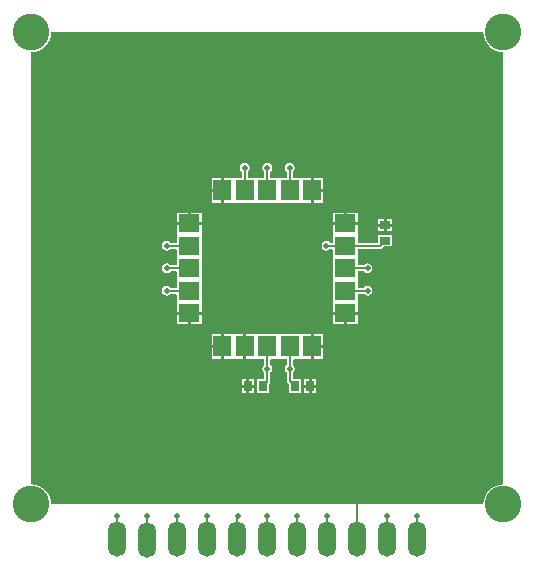
<source format=gtl>
G04 Layer_Physical_Order=1*
G04 Layer_Color=11767835*
%FSLAX25Y25*%
%MOIN*%
G70*
G01*
G75*
%ADD10R,0.02756X0.03543*%
%ADD11R,0.07087X0.05906*%
%ADD12R,0.05906X0.07087*%
%ADD13R,0.03543X0.02756*%
%ADD14O,0.05906X0.11811*%
%ADD15C,0.00787*%
%ADD16C,0.12205*%
%ADD17C,0.01969*%
G36*
X170569Y175853D02*
X170952Y174592D01*
X171573Y173429D01*
X172410Y172410D01*
X173429Y171573D01*
X174592Y170952D01*
X175853Y170569D01*
X177165Y170440D01*
X177165Y26410D01*
X175853Y26281D01*
X174592Y25898D01*
X173429Y25277D01*
X172410Y24441D01*
X171573Y23421D01*
X170952Y22259D01*
X170569Y20997D01*
X170440Y19685D01*
X169940Y19685D01*
X26410Y19685D01*
X26410Y19685D01*
X26281Y20997D01*
X25898Y22259D01*
X25277Y23421D01*
X24441Y24441D01*
X23421Y25277D01*
X22259Y25898D01*
X20997Y26281D01*
X19685Y26410D01*
X19685Y26410D01*
X19685Y170440D01*
X19685Y170440D01*
X20997Y170569D01*
X22259Y170952D01*
X23421Y171573D01*
X24441Y172410D01*
X25277Y173429D01*
X25898Y174592D01*
X26281Y175853D01*
X26410Y177165D01*
X170440Y177165D01*
X170569Y175853D01*
D02*
G37*
%LPC*%
G36*
X113886Y76575D02*
Y72941D01*
X116929D01*
Y76575D01*
X113886D01*
D02*
G37*
G36*
X82965D02*
X79921D01*
Y72941D01*
X82965D01*
Y76575D01*
D02*
G37*
G36*
Y71941D02*
X79921D01*
Y68307D01*
X82965D01*
Y71941D01*
D02*
G37*
G36*
X116929Y71941D02*
X113886D01*
Y68307D01*
X116929D01*
Y71941D01*
D02*
G37*
G36*
X71941Y82965D02*
X68307D01*
Y79921D01*
X71941D01*
Y82965D01*
D02*
G37*
G36*
X76575D02*
X72941D01*
Y79921D01*
X76575D01*
Y82965D01*
D02*
G37*
G36*
X87402Y76575D02*
X87205D01*
X87008D01*
X86902Y76575D01*
X83965D01*
Y72441D01*
Y68307D01*
X86902D01*
X87008Y68307D01*
X87205D01*
X87402D01*
X87508Y68307D01*
X90445D01*
Y72441D01*
Y76575D01*
X87508D01*
X87402Y76575D01*
D02*
G37*
G36*
X109843D02*
X109646D01*
X109449D01*
X109343Y76575D01*
X102469D01*
X102362Y76575D01*
X102165D01*
X101969D01*
X101862Y76575D01*
X94988D01*
X94882Y76575D01*
X94685D01*
X94488D01*
X94382Y76575D01*
X91445D01*
Y72441D01*
Y68307D01*
X94382D01*
X94488Y68307D01*
X94685D01*
X94882D01*
X94988Y68307D01*
X97422D01*
Y66184D01*
X97290Y66096D01*
X96942Y65575D01*
X96820Y64961D01*
X96942Y64346D01*
X97290Y63825D01*
X97422Y63737D01*
Y61417D01*
X95079D01*
Y56693D01*
X99016D01*
Y59604D01*
X99135Y59724D01*
X99352Y60049D01*
X99429Y60433D01*
Y63737D01*
X99561Y63825D01*
X99909Y64346D01*
X100031Y64961D01*
X99909Y65575D01*
X99561Y66096D01*
X99429Y66184D01*
Y67953D01*
X99782Y68307D01*
X101862D01*
X101969Y68307D01*
X102165D01*
X102362D01*
X102469Y68307D01*
X104902D01*
Y66184D01*
X104770Y66096D01*
X104422Y65575D01*
X104300Y64961D01*
X104422Y64346D01*
X104770Y63825D01*
X104902Y63737D01*
Y60827D01*
X104978Y60443D01*
X105196Y60117D01*
X105709Y59604D01*
Y56693D01*
X109646D01*
Y61417D01*
X106909D01*
Y63737D01*
X107041Y63825D01*
X107389Y64346D01*
X107511Y64961D01*
X107389Y65575D01*
X107041Y66096D01*
X106909Y66184D01*
Y67953D01*
X107263Y68307D01*
X109343D01*
X109449Y68307D01*
X109646D01*
X109843D01*
X109949Y68307D01*
X112886D01*
Y72441D01*
Y76575D01*
X109949D01*
X109843Y76575D01*
D02*
G37*
G36*
X112295Y58555D02*
X110827D01*
Y56693D01*
X112295D01*
Y58555D01*
D02*
G37*
G36*
X114764D02*
X113295D01*
Y56693D01*
X114764D01*
Y58555D01*
D02*
G37*
G36*
X91429Y58555D02*
X89961D01*
Y56693D01*
X91429D01*
Y58555D01*
D02*
G37*
G36*
X93898D02*
X92429D01*
Y56693D01*
X93898D01*
Y58555D01*
D02*
G37*
G36*
X112295Y61417D02*
X110827D01*
Y59555D01*
X112295D01*
Y61417D01*
D02*
G37*
G36*
X114764D02*
X113295D01*
Y59555D01*
X114764D01*
Y61417D01*
D02*
G37*
G36*
X91429D02*
X89961D01*
Y59555D01*
X91429D01*
Y61417D01*
D02*
G37*
G36*
X93898D02*
X92429D01*
Y59555D01*
X93898D01*
Y61417D01*
D02*
G37*
G36*
X76575Y116929D02*
X72941D01*
Y113886D01*
X76575D01*
Y116929D01*
D02*
G37*
G36*
X82965Y123909D02*
X79921D01*
Y120276D01*
X82965D01*
Y123909D01*
D02*
G37*
G36*
X128543Y116929D02*
X124909D01*
Y113886D01*
X128543D01*
Y116929D01*
D02*
G37*
G36*
X71941D02*
X68307D01*
Y113886D01*
X71941D01*
Y116929D01*
D02*
G37*
G36*
X113886Y128543D02*
Y124909D01*
X116929D01*
Y128543D01*
X113886D01*
D02*
G37*
G36*
X105905Y133495D02*
X105291Y133373D01*
X104770Y133025D01*
X104422Y132504D01*
X104300Y131890D01*
X104422Y131275D01*
X104770Y130754D01*
X104902Y130666D01*
Y128897D01*
X104548Y128543D01*
X102469D01*
X102362Y128543D01*
X102165D01*
X101969D01*
X101862Y128543D01*
X99429D01*
Y130666D01*
X99561Y130754D01*
X99909Y131275D01*
X100031Y131890D01*
X99909Y132504D01*
X99561Y133025D01*
X99040Y133373D01*
X98425Y133495D01*
X97811Y133373D01*
X97290Y133025D01*
X96942Y132504D01*
X96820Y131890D01*
X96942Y131275D01*
X97290Y130754D01*
X97422Y130666D01*
Y128897D01*
X97068Y128543D01*
X94988D01*
X94882Y128543D01*
X94685D01*
X94488D01*
X94382Y128543D01*
X91948D01*
Y130666D01*
X92080Y130754D01*
X92428Y131275D01*
X92550Y131890D01*
X92428Y132504D01*
X92080Y133025D01*
X91559Y133373D01*
X90945Y133495D01*
X90330Y133373D01*
X89810Y133025D01*
X89461Y132504D01*
X89339Y131890D01*
X89461Y131275D01*
X89810Y130754D01*
X89941Y130666D01*
Y128897D01*
X89588Y128543D01*
X87508D01*
X87402Y128543D01*
X87205D01*
X87008D01*
X86902Y128543D01*
X83965D01*
Y124409D01*
Y120276D01*
X86902D01*
X87008Y120276D01*
X87205D01*
X87402D01*
X87508Y120276D01*
X94382D01*
X94488Y120276D01*
X94685D01*
X94882D01*
X94988Y120276D01*
X101862D01*
X101969Y120276D01*
X102165D01*
X102362D01*
X102469Y120276D01*
X109343D01*
X109449Y120276D01*
X109646D01*
X109843D01*
X109949Y120276D01*
X112886D01*
Y124409D01*
Y128543D01*
X109949D01*
X109843Y128543D01*
X109646D01*
X109449D01*
X109343Y128543D01*
X106909D01*
Y130666D01*
X107041Y130754D01*
X107389Y131275D01*
X107511Y131890D01*
X107389Y132504D01*
X107041Y133025D01*
X106520Y133373D01*
X105905Y133495D01*
D02*
G37*
G36*
X116929Y123909D02*
X113886D01*
Y120276D01*
X116929D01*
Y123909D01*
D02*
G37*
G36*
X82965Y128543D02*
X79921D01*
Y124909D01*
X82965D01*
Y128543D01*
D02*
G37*
G36*
X123909Y116929D02*
X120276D01*
Y113886D01*
X123909D01*
Y116929D01*
D02*
G37*
G36*
X76575Y112886D02*
X72441D01*
X68307D01*
Y109949D01*
X68307Y109843D01*
Y109646D01*
Y109449D01*
X68307Y109343D01*
Y106909D01*
X66184D01*
X66096Y107041D01*
X65575Y107389D01*
X64961Y107511D01*
X64346Y107389D01*
X63825Y107041D01*
X63477Y106520D01*
X63355Y105905D01*
X63477Y105291D01*
X63825Y104770D01*
X64346Y104422D01*
X64961Y104300D01*
X65575Y104422D01*
X66096Y104770D01*
X66184Y104902D01*
X67953D01*
X68307Y104548D01*
Y102469D01*
X68307Y102362D01*
Y102165D01*
Y101969D01*
X68307Y101862D01*
Y99429D01*
X66184D01*
X66096Y99561D01*
X65575Y99909D01*
X64961Y100031D01*
X64346Y99909D01*
X63825Y99561D01*
X63477Y99040D01*
X63355Y98425D01*
X63477Y97811D01*
X63825Y97290D01*
X64346Y96942D01*
X64961Y96820D01*
X65575Y96942D01*
X66096Y97290D01*
X66184Y97422D01*
X67953D01*
X68307Y97068D01*
Y94988D01*
X68307Y94882D01*
Y94685D01*
Y94488D01*
X68307Y94382D01*
Y91948D01*
X66184D01*
X66096Y92080D01*
X65575Y92428D01*
X64961Y92550D01*
X64346Y92428D01*
X63825Y92080D01*
X63477Y91559D01*
X63355Y90945D01*
X63477Y90330D01*
X63825Y89810D01*
X64346Y89461D01*
X64961Y89339D01*
X65575Y89461D01*
X66096Y89810D01*
X66184Y89941D01*
X67953D01*
X68307Y89588D01*
Y87508D01*
X68307Y87402D01*
Y87205D01*
Y87008D01*
X68307Y86902D01*
Y83965D01*
X72441D01*
X76575D01*
Y86902D01*
X76575Y87008D01*
Y87205D01*
Y87402D01*
X76575Y87508D01*
Y94382D01*
X76575Y94488D01*
Y94685D01*
Y94882D01*
X76575Y94988D01*
Y101862D01*
X76575Y101969D01*
Y102165D01*
Y102362D01*
X76575Y102469D01*
Y109343D01*
X76575Y109449D01*
Y109646D01*
Y109843D01*
X76575Y109949D01*
Y112886D01*
D02*
G37*
G36*
X128543Y112886D02*
X120276D01*
Y109949D01*
X120276Y109843D01*
Y109646D01*
Y109449D01*
X120276Y109343D01*
Y106909D01*
X119334D01*
X119246Y107041D01*
X118725Y107389D01*
X118110Y107511D01*
X117496Y107389D01*
X116975Y107041D01*
X116627Y106520D01*
X116505Y105905D01*
X116627Y105291D01*
X116975Y104770D01*
X117496Y104422D01*
X118110Y104300D01*
X118725Y104422D01*
X119246Y104770D01*
X119334Y104902D01*
X119922D01*
X120276Y104548D01*
Y102469D01*
X120276Y102362D01*
Y102165D01*
Y101969D01*
X120276Y101862D01*
Y94988D01*
X120276Y94882D01*
Y94685D01*
Y94488D01*
X120276Y94382D01*
Y87508D01*
X120276Y87402D01*
Y87205D01*
Y87008D01*
X120276Y86902D01*
Y83965D01*
X128543D01*
Y86902D01*
X128543Y87008D01*
Y87205D01*
Y87402D01*
X128543Y87508D01*
Y89941D01*
X130666D01*
X130754Y89810D01*
X131275Y89461D01*
X131890Y89339D01*
X132504Y89461D01*
X133025Y89810D01*
X133373Y90330D01*
X133495Y90945D01*
X133373Y91559D01*
X133025Y92080D01*
X132504Y92428D01*
X131890Y92550D01*
X131275Y92428D01*
X130754Y92080D01*
X130666Y91948D01*
X128897D01*
X128543Y92302D01*
Y94382D01*
X128543Y94488D01*
Y94685D01*
Y94882D01*
X128543Y94988D01*
Y97422D01*
X130666D01*
X130754Y97290D01*
X131275Y96942D01*
X131890Y96820D01*
X132504Y96942D01*
X133025Y97290D01*
X133373Y97811D01*
X133495Y98425D01*
X133373Y99040D01*
X133025Y99561D01*
X132504Y99909D01*
X131890Y100031D01*
X131275Y99909D01*
X130754Y99561D01*
X130666Y99429D01*
X128897D01*
X128543Y99782D01*
Y101862D01*
X128543Y101969D01*
Y102165D01*
Y102362D01*
X128543Y102469D01*
Y104902D01*
X136024D01*
X136408Y104978D01*
X136733Y105196D01*
X137246Y105709D01*
X140157D01*
Y109646D01*
X135433D01*
Y106909D01*
X128897D01*
X128543Y107263D01*
Y109343D01*
X128543Y109449D01*
Y109646D01*
Y109843D01*
X128543Y109949D01*
Y112886D01*
D02*
G37*
G36*
X123909Y82965D02*
X120276D01*
Y79921D01*
X123909D01*
Y82965D01*
D02*
G37*
G36*
X128543D02*
X124909D01*
Y79921D01*
X128543D01*
Y82965D01*
D02*
G37*
G36*
X137295Y114764D02*
X135433D01*
Y113295D01*
X137295D01*
Y114764D01*
D02*
G37*
G36*
X140157D02*
X138295D01*
Y113295D01*
X140157D01*
Y114764D01*
D02*
G37*
G36*
X137295Y112295D02*
X135433D01*
Y110827D01*
X137295D01*
Y112295D01*
D02*
G37*
G36*
X140157D02*
X138295D01*
Y110827D01*
X140157D01*
Y112295D01*
D02*
G37*
%LPD*%
D10*
X97047Y59055D02*
D03*
X91929D02*
D03*
X107677D02*
D03*
X112795D02*
D03*
D11*
X124409Y83465D02*
D03*
Y90945D02*
D03*
Y98425D02*
D03*
Y105905D02*
D03*
Y113386D02*
D03*
X72441D02*
D03*
Y105905D02*
D03*
Y98425D02*
D03*
Y90945D02*
D03*
Y83465D02*
D03*
D12*
X113386Y124409D02*
D03*
X105905D02*
D03*
X98425D02*
D03*
X90945D02*
D03*
X83465D02*
D03*
Y72441D02*
D03*
X90945D02*
D03*
X98425D02*
D03*
X105905D02*
D03*
X113386D02*
D03*
D13*
X137795Y107677D02*
D03*
Y112795D02*
D03*
D14*
X148504Y8110D02*
D03*
X138504D02*
D03*
X108504D02*
D03*
X118504D02*
D03*
X98504D02*
D03*
X88504D02*
D03*
X78504D02*
D03*
X58346Y7953D02*
D03*
X68504Y8110D02*
D03*
X48504D02*
D03*
X128504D02*
D03*
D15*
X124409Y113386D02*
X125000Y112795D01*
X124409Y105905D02*
X136024D01*
X105905Y64961D02*
Y72441D01*
Y60827D02*
Y64961D01*
X136024Y105905D02*
X137795Y107677D01*
X105905Y60827D02*
X107677Y59055D01*
X97047D02*
X98425Y60433D01*
Y64961D01*
Y72441D01*
X90945Y124409D02*
Y131890D01*
X90945Y131890D02*
X90945Y131890D01*
X98425Y124409D02*
Y131890D01*
X105905Y124409D02*
Y131890D01*
X64961Y105905D02*
X72441D01*
X64961Y98425D02*
X72441D01*
X64961Y90945D02*
X72441D01*
X124409Y98425D02*
X131890D01*
X124409Y90945D02*
X131890D01*
X118110Y105905D02*
X124409D01*
X48504Y8110D02*
Y15669D01*
X48425Y15748D02*
X48504Y15669D01*
X58346Y7953D02*
Y15669D01*
X58268Y15748D02*
X58346Y15669D01*
X68504Y8110D02*
Y15748D01*
X78504Y8110D02*
Y15590D01*
X78347Y15748D02*
X78504Y15590D01*
X88504Y8110D02*
Y15669D01*
X88583Y15748D01*
X98504Y8110D02*
Y15669D01*
X98425Y15748D02*
X98504Y15669D01*
X108504Y8110D02*
Y15512D01*
X108268Y15748D02*
X108504Y15512D01*
X118504Y8110D02*
Y15748D01*
X138504Y8110D02*
Y15433D01*
X138189Y15748D02*
X138504Y15433D01*
X148504Y8110D02*
Y15669D01*
X148425Y15748D02*
X148504Y15669D01*
X128504Y8110D02*
Y70866D01*
X112795Y71850D02*
X113386Y72441D01*
X90945Y64567D02*
Y72441D01*
Y64567D02*
X91929Y63583D01*
Y59055D02*
Y63583D01*
X112795Y59055D02*
Y63583D01*
X113386Y64173D01*
Y72441D01*
X133268Y112795D02*
X137795D01*
X124409Y113386D02*
X132677D01*
X133268Y112795D01*
D16*
X19685Y19685D02*
D03*
X177165D02*
D03*
Y177165D02*
D03*
X19685D02*
D03*
D17*
X105905Y64961D02*
D03*
X98425D02*
D03*
X90945Y131890D02*
D03*
X98425D02*
D03*
X105905D02*
D03*
X64961Y105905D02*
D03*
Y98425D02*
D03*
Y90945D02*
D03*
X131890Y98425D02*
D03*
Y90945D02*
D03*
X118110Y105905D02*
D03*
X48425Y15748D02*
D03*
X58268D02*
D03*
X68504D02*
D03*
X78347D02*
D03*
X88583D02*
D03*
X98425D02*
D03*
X108268D02*
D03*
X118504D02*
D03*
X138189D02*
D03*
X148425D02*
D03*
M02*

</source>
